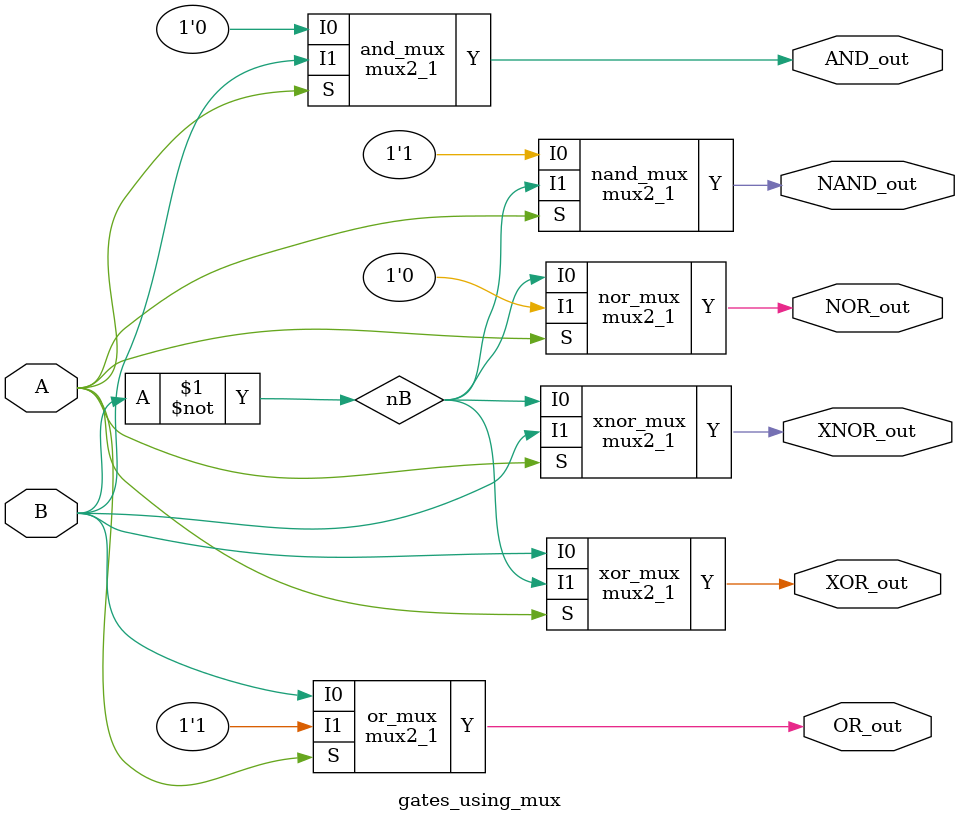
<source format=v>
module mux2_1(input wire I0, I1, input wire S, output wire Y);
  assign Y = S ? I1 : I0;
endmodule

// Module to implement various gates using 2:1 multiplexers
module gates_using_mux(
  input wire A, B,
  output wire AND_out,
  output wire OR_out,
  output wire NAND_out,
  output wire NOR_out,
  output wire XOR_out,
  output wire XNOR_out
);
  
  // AND gate using mux: select line = A, I0 = 0, I1 = B
  mux2_1 and_mux(.I0(1'b0), .I1(B), .S(A), .Y(AND_out));
  
  // OR gate using mux: select line = A, I0 = B, I1 = 1
  mux2_1 or_mux(.I0(B), .I1(1'b1), .S(A), .Y(OR_out));
  
  // NAND gate using mux: select line = A, I0 = 1, I1 = ~B
  wire nB;
  assign nB = ~B;
  mux2_1 nand_mux(.I0(1'b1), .I1(nB), .S(A), .Y(NAND_out));
  
  // NOR gate using mux: select line = A, I0 = ~B, I1 = 0
  mux2_1 nor_mux(.I0(nB), .I1(1'b0), .S(A), .Y(NOR_out));
  
  // XOR gate using mux: select line = A, I0 = B, I1 = ~B
  mux2_1 xor_mux(.I0(B), .I1(nB), .S(A), .Y(XOR_out));
  
  // XNOR gate using mux: select line = A, I0 = ~B, I1 = B
  mux2_1 xnor_mux(.I0(nB), .I1(B), .S(A), .Y(XNOR_out));

endmodule

</source>
